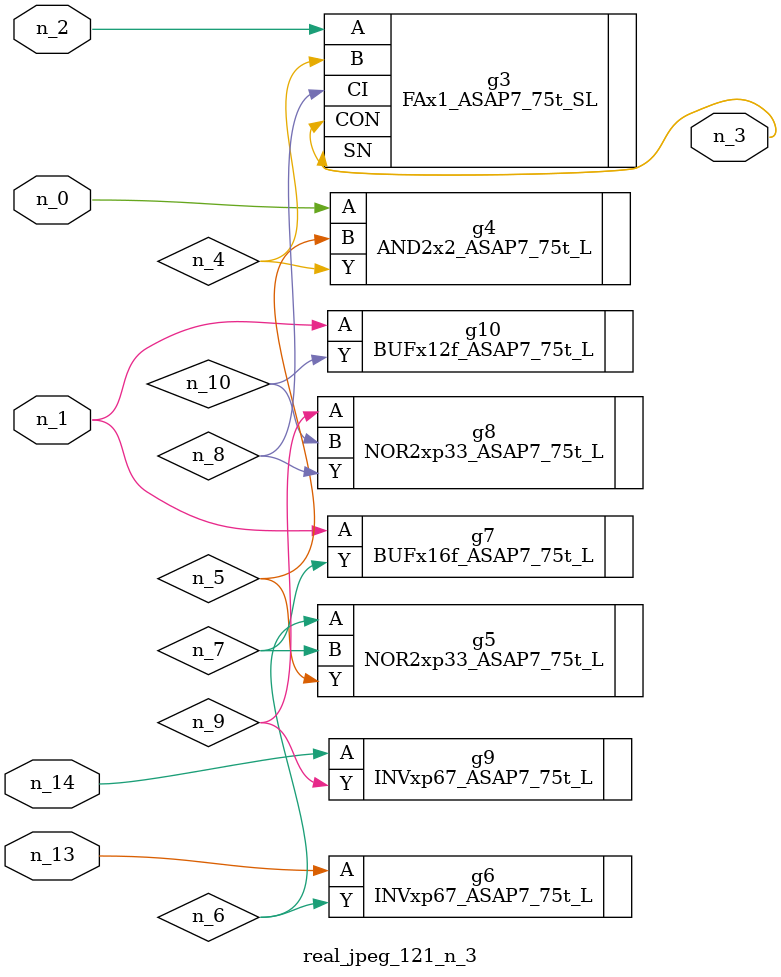
<source format=v>
module real_jpeg_121_n_3 (n_0, n_1, n_14, n_2, n_13, n_3);

input n_0;
input n_1;
input n_14;
input n_2;
input n_13;

output n_3;

wire n_5;
wire n_4;
wire n_8;
wire n_6;
wire n_7;
wire n_10;
wire n_9;

AND2x2_ASAP7_75t_L g4 ( 
.A(n_0),
.B(n_5),
.Y(n_4)
);

BUFx16f_ASAP7_75t_L g7 ( 
.A(n_1),
.Y(n_7)
);

BUFx12f_ASAP7_75t_L g10 ( 
.A(n_1),
.Y(n_10)
);

FAx1_ASAP7_75t_SL g3 ( 
.A(n_2),
.B(n_4),
.CI(n_8),
.CON(n_3),
.SN(n_3)
);

NOR2xp33_ASAP7_75t_L g5 ( 
.A(n_6),
.B(n_7),
.Y(n_5)
);

NOR2xp33_ASAP7_75t_L g8 ( 
.A(n_9),
.B(n_10),
.Y(n_8)
);

INVxp67_ASAP7_75t_L g6 ( 
.A(n_13),
.Y(n_6)
);

INVxp67_ASAP7_75t_L g9 ( 
.A(n_14),
.Y(n_9)
);


endmodule
</source>
